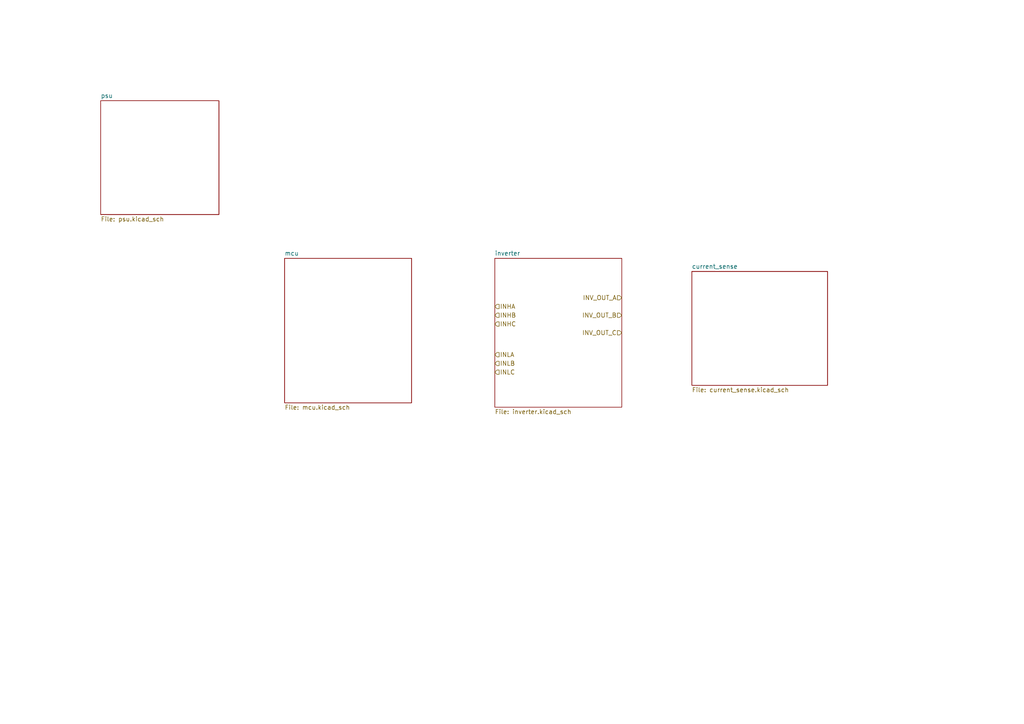
<source format=kicad_sch>
(kicad_sch (version 20230121) (generator eeschema)
  (paper "A4")
  (lib_symbols)
  (hierarchical_label "INV_OUT_A" (shape input) (at 180.34 86.36 180))
  (hierarchical_label "INHB" (shape input) (at 143.51 91.44 0))
  (hierarchical_label "INV_OUT_B" (shape input) (at 180.34 91.44 180))
  (hierarchical_label "INLA" (shape input) (at 143.51 102.87 0))
  (hierarchical_label "INHC" (shape input) (at 143.51 93.98 0))
  (hierarchical_label "INV_OUT_C" (shape input) (at 180.34 96.52 180))
  (hierarchical_label "INHA" (shape input) (at 143.51 88.9 0))
  (hierarchical_label "INLC" (shape input) (at 143.51 107.95 0))
  (hierarchical_label "INLB" (shape input) (at 143.51 105.41 0))
  (sheet (at 29.21 29.21) (size 34.29 33.02) (stroke (width 0.1524))
    (property "Sheetname" "psu" (at 29.21 28.4984 0) (effects (justify left bottom)))
    (property "Sheetfile" "psu.kicad_sch" (at 29.21 62.8146 0) (effects (justify left top)))
  )
  (sheet (at 82.55 74.93) (size 36.83 41.91) (stroke (width 0.1524))
    (property "Sheetname" "mcu" (at 82.55 74.2184 0) (effects (justify left bottom)))
    (property "Sheetfile" "mcu.kicad_sch" (at 82.55 117.4246 0) (effects (justify left top)))
  )
  (sheet (at 200.66 78.74) (size 39.37 33.02) (stroke (width 0.1524))
    (property "Sheetname" "current_sense" (at 200.66 78.0284 0) (effects (justify left bottom)))
    (property "Sheetfile" "current_sense.kicad_sch" (at 200.66 112.3446 0) (effects (justify left top)))
  )
  (sheet (at 143.51 74.93) (size 36.83 43.18) (stroke (width 0.1524))
    (property "Sheetname" "inverter" (at 143.51 74.2184 0) (effects (justify left bottom)))
    (property "Sheetfile" "inverter.kicad_sch" (at 143.51 118.6946 0) (effects (justify left top)))
  )
)
</source>
